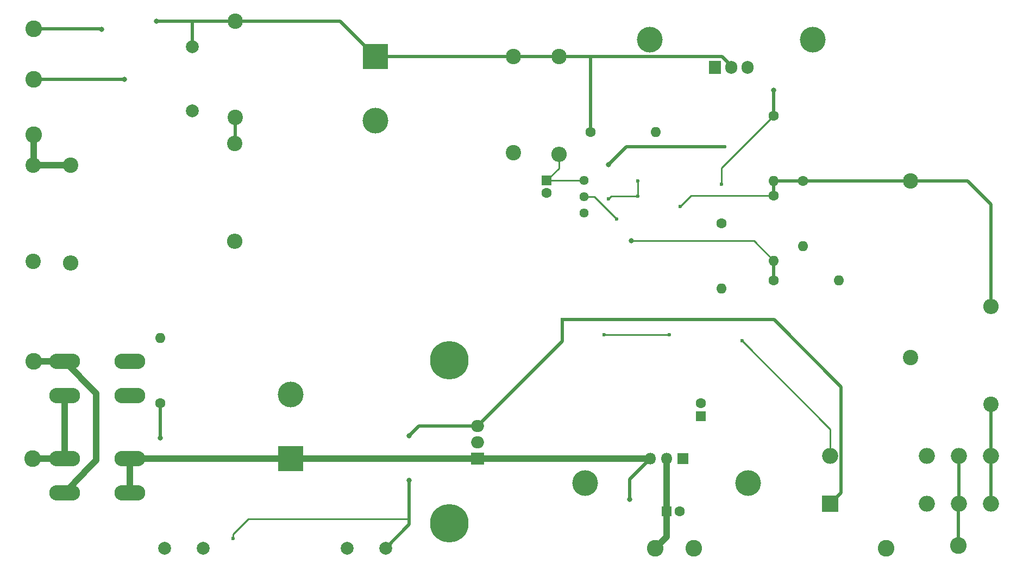
<source format=gbr>
G04 #@! TF.GenerationSoftware,KiCad,Pcbnew,(5.1.10-0-10_14)*
G04 #@! TF.CreationDate,2021-08-01T17:51:31+02:00*
G04 #@! TF.ProjectId,hv-power-supply-v1,68762d70-6f77-4657-922d-737570706c79,rev?*
G04 #@! TF.SameCoordinates,Original*
G04 #@! TF.FileFunction,Copper,L2,Bot*
G04 #@! TF.FilePolarity,Positive*
%FSLAX46Y46*%
G04 Gerber Fmt 4.6, Leading zero omitted, Abs format (unit mm)*
G04 Created by KiCad (PCBNEW (5.1.10-0-10_14)) date 2021-08-01 17:51:31*
%MOMM*%
%LPD*%
G01*
G04 APERTURE LIST*
G04 #@! TA.AperFunction,ComponentPad*
%ADD10O,1.600000X1.600000*%
G04 #@! TD*
G04 #@! TA.AperFunction,ComponentPad*
%ADD11C,1.600000*%
G04 #@! TD*
G04 #@! TA.AperFunction,ComponentPad*
%ADD12C,2.400000*%
G04 #@! TD*
G04 #@! TA.AperFunction,ComponentPad*
%ADD13O,2.400000X2.400000*%
G04 #@! TD*
G04 #@! TA.AperFunction,ComponentPad*
%ADD14C,2.000000*%
G04 #@! TD*
G04 #@! TA.AperFunction,ComponentPad*
%ADD15C,6.000000*%
G04 #@! TD*
G04 #@! TA.AperFunction,ComponentPad*
%ADD16C,4.000000*%
G04 #@! TD*
G04 #@! TA.AperFunction,ComponentPad*
%ADD17R,4.000000X4.000000*%
G04 #@! TD*
G04 #@! TA.AperFunction,ComponentPad*
%ADD18R,2.000000X1.905000*%
G04 #@! TD*
G04 #@! TA.AperFunction,ComponentPad*
%ADD19O,2.000000X1.905000*%
G04 #@! TD*
G04 #@! TA.AperFunction,ComponentPad*
%ADD20O,4.800600X2.400300*%
G04 #@! TD*
G04 #@! TA.AperFunction,ComponentPad*
%ADD21R,1.600000X1.600000*%
G04 #@! TD*
G04 #@! TA.AperFunction,ComponentPad*
%ADD22O,1.905000X2.000000*%
G04 #@! TD*
G04 #@! TA.AperFunction,ComponentPad*
%ADD23R,1.905000X2.000000*%
G04 #@! TD*
G04 #@! TA.AperFunction,ComponentPad*
%ADD24C,2.600000*%
G04 #@! TD*
G04 #@! TA.AperFunction,ComponentPad*
%ADD25C,1.440000*%
G04 #@! TD*
G04 #@! TA.AperFunction,ComponentPad*
%ADD26O,2.500000X2.500000*%
G04 #@! TD*
G04 #@! TA.AperFunction,ComponentPad*
%ADD27R,2.500000X2.500000*%
G04 #@! TD*
G04 #@! TA.AperFunction,ComponentPad*
%ADD28R,1.800000X1.800000*%
G04 #@! TD*
G04 #@! TA.AperFunction,ComponentPad*
%ADD29O,1.800000X1.800000*%
G04 #@! TD*
G04 #@! TA.AperFunction,ViaPad*
%ADD30C,0.600000*%
G04 #@! TD*
G04 #@! TA.AperFunction,ViaPad*
%ADD31C,0.800000*%
G04 #@! TD*
G04 #@! TA.AperFunction,Conductor*
%ADD32C,1.000000*%
G04 #@! TD*
G04 #@! TA.AperFunction,Conductor*
%ADD33C,0.500000*%
G04 #@! TD*
G04 #@! TA.AperFunction,Conductor*
%ADD34C,0.250000*%
G04 #@! TD*
G04 APERTURE END LIST*
D10*
X79184500Y-106997500D03*
D11*
X79184500Y-117157500D03*
D12*
X90805000Y-57594500D03*
X90805000Y-72594500D03*
X196088000Y-110050000D03*
X196088000Y-82550000D03*
D13*
X90779600Y-91948000D03*
D12*
X90779600Y-76708000D03*
D14*
X84124800Y-61620400D03*
X84124800Y-71620400D03*
D15*
X124206000Y-135890000D03*
X124206000Y-110490000D03*
D16*
X99504500Y-115753000D03*
D17*
X99504500Y-125753000D03*
D18*
X128613000Y-125753000D03*
D19*
X128613000Y-123213000D03*
X128613000Y-120673000D03*
D16*
X155410000Y-60475000D03*
X180810000Y-60475000D03*
X145377000Y-129563000D03*
X170777000Y-129563000D03*
D13*
X208597500Y-102108000D03*
D12*
X208597500Y-117348000D03*
D20*
X64224000Y-110640000D03*
X74384000Y-110640000D03*
X74384000Y-131087000D03*
X64224000Y-131087000D03*
X74384000Y-125753000D03*
X64224000Y-125753000D03*
X64224000Y-115974000D03*
X74384000Y-115974000D03*
D11*
X163411000Y-117149000D03*
D21*
X163411000Y-119149000D03*
D13*
X65214500Y-95313500D03*
D12*
X65214500Y-80073500D03*
D10*
X166649500Y-99273500D03*
D11*
X166649500Y-89113500D03*
D10*
X156337000Y-74930000D03*
D11*
X146177000Y-74930000D03*
D10*
X174777500Y-82509500D03*
D11*
X174777500Y-72349500D03*
D22*
X170650000Y-64793000D03*
X168110000Y-64793000D03*
D23*
X165570000Y-64793000D03*
D24*
X162268000Y-139723000D03*
X156299000Y-139723000D03*
X59398000Y-110640000D03*
X59271000Y-125753000D03*
X59398000Y-75334000D03*
X59398000Y-66698000D03*
X59398000Y-58824000D03*
D11*
X160077000Y-134008000D03*
D21*
X158077000Y-134008000D03*
D25*
X145186500Y-87526000D03*
X145186500Y-84986000D03*
X145186500Y-82446000D03*
D26*
X183578500Y-125342000D03*
X198578500Y-125342000D03*
X203578500Y-125342000D03*
X208578500Y-125342000D03*
X208578500Y-132842000D03*
X203578500Y-132842000D03*
X198578500Y-132842000D03*
D27*
X183578500Y-132842000D03*
D10*
X179349500Y-92669500D03*
D11*
X179349500Y-82509500D03*
D13*
X141274800Y-78384400D03*
D12*
X141274800Y-63144400D03*
D10*
X184937500Y-98003500D03*
D11*
X174777500Y-98003500D03*
D10*
X174777500Y-94955500D03*
D11*
X174777500Y-84795500D03*
D14*
X108293000Y-139723000D03*
X114262000Y-139723000D03*
X79845000Y-139723000D03*
X85814000Y-139723000D03*
D24*
X192240000Y-139723000D03*
X203543000Y-139342000D03*
D11*
X139382500Y-84423000D03*
D21*
X139382500Y-82423000D03*
D12*
X134213600Y-63144400D03*
X134213600Y-78144400D03*
D16*
X112712500Y-73119000D03*
D17*
X112712500Y-63119000D03*
D12*
X59372500Y-95073500D03*
X59372500Y-80073500D03*
D28*
X160617000Y-125753000D03*
D29*
X158077000Y-125753000D03*
X155537000Y-125753000D03*
D30*
X141800500Y-104120000D03*
D31*
X117945000Y-122197000D03*
X117945000Y-129182000D03*
D30*
X90513000Y-138199000D03*
X167100000Y-77184500D03*
D31*
X148971000Y-80010000D03*
D30*
X166649500Y-83017500D03*
D31*
X174777500Y-68349000D03*
X78520400Y-57634000D03*
D30*
X150304500Y-88455500D03*
X160210500Y-86487000D03*
X153568500Y-84859000D03*
X148971000Y-85344000D03*
X153606500Y-82550000D03*
X148361500Y-106449000D03*
X158458000Y-106449000D03*
D31*
X152552500Y-91844000D03*
D30*
X169799000Y-107442000D03*
D31*
X79184500Y-122555000D03*
X69977000Y-58864500D03*
X73520400Y-66725900D03*
X152298500Y-132103000D03*
D32*
X59398000Y-80048000D02*
X59372500Y-80073500D01*
X59398000Y-75334000D02*
X59398000Y-80048000D01*
X59372500Y-80073500D02*
X65214500Y-80073500D01*
D33*
X141800500Y-104120000D02*
X174817000Y-104120000D01*
X141800500Y-107485500D02*
X128613000Y-120673000D01*
X141800500Y-104120000D02*
X141800500Y-107485500D01*
X119469000Y-120673000D02*
X117945000Y-122197000D01*
X128613000Y-120673000D02*
X119469000Y-120673000D01*
X117945000Y-136040000D02*
X114262000Y-139723000D01*
D34*
X90513000Y-138199000D02*
X90513000Y-137515500D01*
X92862500Y-135166000D02*
X117945000Y-135166000D01*
X90513000Y-137515500D02*
X92862500Y-135166000D01*
D33*
X117945000Y-135166000D02*
X117945000Y-136040000D01*
X117945000Y-129182000D02*
X117945000Y-135166000D01*
X185278501Y-114581501D02*
X174817000Y-104120000D01*
X185278501Y-131141999D02*
X185278501Y-114581501D01*
X183578500Y-132842000D02*
X185278501Y-131141999D01*
X184937500Y-98307498D02*
X184937500Y-98003500D01*
X151796500Y-77184500D02*
X148971000Y-80010000D01*
X167100000Y-77184500D02*
X151796500Y-77184500D01*
X208578500Y-132842000D02*
X208578500Y-125342000D01*
X208578500Y-117367000D02*
X208597500Y-117348000D01*
X208578500Y-125342000D02*
X208578500Y-117367000D01*
X174777500Y-72349500D02*
X174777500Y-68349000D01*
D34*
X166649500Y-83017500D02*
X166649500Y-80477500D01*
X166649500Y-80477500D02*
X174777500Y-72349500D01*
D33*
X107188000Y-57594500D02*
X112712500Y-63119000D01*
X90805000Y-57594500D02*
X107188000Y-57594500D01*
X90765500Y-57634000D02*
X90805000Y-57594500D01*
X84124800Y-61620400D02*
X84124800Y-57772300D01*
X83986500Y-57634000D02*
X90765500Y-57634000D01*
X84124800Y-57772300D02*
X83986500Y-57634000D01*
X78520400Y-57634000D02*
X83986500Y-57634000D01*
X134188200Y-63119000D02*
X134213600Y-63144400D01*
X112712500Y-63119000D02*
X134188200Y-63119000D01*
X134213600Y-63144400D02*
X141274800Y-63144400D01*
X168110000Y-64570498D02*
X166683902Y-63144400D01*
X168110000Y-64793000D02*
X168110000Y-64570498D01*
X146177000Y-63322200D02*
X145999200Y-63144400D01*
X146177000Y-74930000D02*
X146177000Y-63322200D01*
X145999200Y-63144400D02*
X141274800Y-63144400D01*
X166683902Y-63144400D02*
X145999200Y-63144400D01*
D34*
X145163500Y-82423000D02*
X145186500Y-82446000D01*
X139382500Y-82423000D02*
X145163500Y-82423000D01*
X141274800Y-80530700D02*
X139382500Y-82423000D01*
X141274800Y-78384400D02*
X141274800Y-80530700D01*
X146835000Y-84986000D02*
X145186500Y-84986000D01*
X150304500Y-88455500D02*
X146835000Y-84986000D01*
D32*
X158077000Y-125753000D02*
X158077000Y-134008000D01*
X158077000Y-137945000D02*
X156299000Y-139723000D01*
X158077000Y-134008000D02*
X158077000Y-137945000D01*
D33*
X174777500Y-82509500D02*
X174777500Y-84795500D01*
X176936500Y-82509500D02*
X179349500Y-82509500D01*
X174777500Y-82509500D02*
X176936500Y-82509500D01*
D34*
X161902000Y-84795500D02*
X160210500Y-86487000D01*
X174777500Y-84795500D02*
X161902000Y-84795500D01*
D33*
X208597500Y-86169500D02*
X208597500Y-102108000D01*
X179390000Y-82550000D02*
X179349500Y-82509500D01*
X196088000Y-82550000D02*
X179390000Y-82550000D01*
X204978000Y-82550000D02*
X208597500Y-86169500D01*
X196088000Y-82550000D02*
X204978000Y-82550000D01*
X203543000Y-132877500D02*
X203578500Y-132842000D01*
X203543000Y-139342000D02*
X203543000Y-132877500D01*
X203578500Y-132842000D02*
X203578500Y-125342000D01*
D34*
X149456000Y-84859000D02*
X153568500Y-84859000D01*
X148971000Y-85344000D02*
X149456000Y-84859000D01*
X153606500Y-84821000D02*
X153568500Y-84859000D01*
X153606500Y-82550000D02*
X153606500Y-84821000D01*
X148361500Y-106449000D02*
X158458000Y-106449000D01*
D33*
X174777500Y-94955500D02*
X174777500Y-98003500D01*
D34*
X171666000Y-91844000D02*
X174777500Y-94955500D01*
X152552500Y-91844000D02*
X171666000Y-91844000D01*
X183578500Y-121221500D02*
X183578500Y-125342000D01*
X169799000Y-107442000D02*
X183578500Y-121221500D01*
D33*
X79184500Y-122555000D02*
X79184500Y-117157500D01*
X90805000Y-76682600D02*
X90779600Y-76708000D01*
X90805000Y-72594500D02*
X90805000Y-76682600D01*
X59398000Y-58824000D02*
X69936500Y-58824000D01*
X69936500Y-58824000D02*
X69977000Y-58864500D01*
X59398000Y-66698000D02*
X73492500Y-66698000D01*
X73492500Y-66698000D02*
X73520400Y-66725900D01*
X152298500Y-128991500D02*
X155537000Y-125753000D01*
X152298500Y-132103000D02*
X152298500Y-128991500D01*
D32*
X155537000Y-125753000D02*
X128613000Y-125753000D01*
X99504500Y-125753000D02*
X128613000Y-125753000D01*
X74384000Y-131087000D02*
X74384000Y-125753000D01*
X99504500Y-125753000D02*
X74384000Y-125753000D01*
X64224000Y-115974000D02*
X64224000Y-125753000D01*
X64224000Y-125753000D02*
X59271000Y-125753000D01*
X67324310Y-127986690D02*
X67324310Y-127859690D01*
X64224000Y-131087000D02*
X67324310Y-127986690D01*
X67324310Y-127859690D02*
X69177000Y-126007000D01*
X69177000Y-115593000D02*
X64224000Y-110640000D01*
X69177000Y-126007000D02*
X69177000Y-115593000D01*
X64224000Y-110640000D02*
X59398000Y-110640000D01*
M02*

</source>
